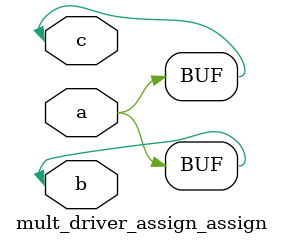
<source format=sv>
module mult_driver_assign_assign (
		input a,
		input b,
		input c,
		output logic c
	);
	
	assign c = a;
	assign c = b;
	
endmodule

</source>
